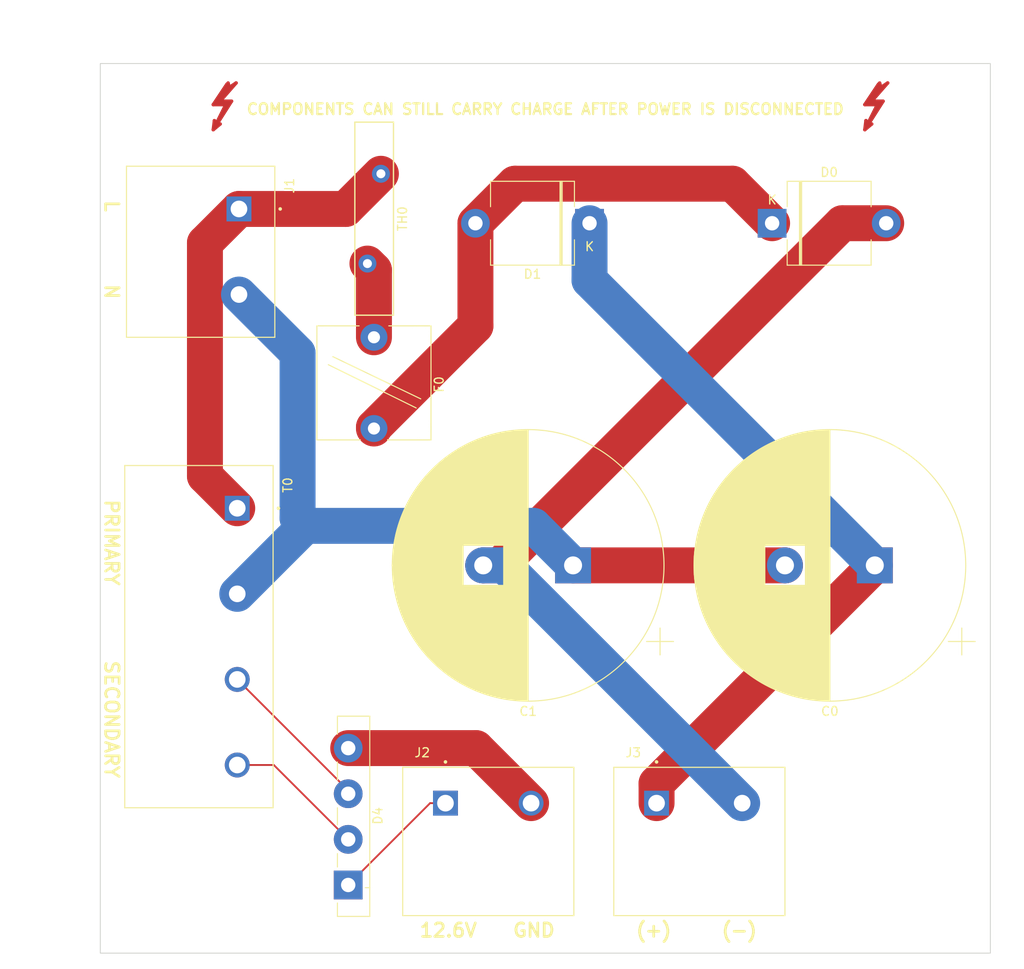
<source format=kicad_pcb>
(kicad_pcb (version 20221018) (generator pcbnew)
  (layers (0 "F.Cu" signal) (31 "B.Cu" signal) (34 "B.Paste" user) (35 "F.Paste" user) (36 "B.SilkS" user "B.Silkscreen") (37 "F.SilkS" user "F.Silkscreen") (38 "B.Mask" user) (39 "F.Mask" user) (44 "Edge.Cuts" user))
  (net 0 "")
  (net 1 "/+HV")
  (net 2 "/NEUTRAL")
  (net 3 "/HVGND")
  (net 4 "/+12.6VDC")
  (net 5 "/12.6VAC_A")
  (net 6 "/12.6VAC_B")
  (net 7 "Net-(D0-K)")
  (net 8 "/LIVE")
  (net 9 "Net-(F0-Pad1)")
  (net 10 "/LVGND")
  (footprint "local:TE_1546833-2" (layer "F.Cu") (at 158.115 133.1575)
    (fp_text reference "J3" (at -7.35 -5.625) (layer "F.SilkS"))
    (fp_text value "Screw_Terminal_01x02")
    (pad "1" thru_hole rect (at -4.765 0) (size 2.775 2.775) (drill 1.85) (layers "*.Cu" "*.Mask") (net 1 "/+HV"))
    (pad "2" thru_hole circle (at 4.765 0) (size 2.775 2.775) (drill 1.85) (layers "*.Cu" "*.Mask") (net 3 "/HVGND"))
  )
  (footprint "Fuse:Fuseholder_Cylinder-5x20mm_Bulgin_FX0456_Vertical_Closed" (layer "F.Cu") (at 121.895 81.28 -90)
    (fp_text reference "F0" (at 5.25 -7.25 90) (layer "F.SilkS"))
    (fp_text value "10A")
    (pad "" np_thru_hole circle (at 0.08 -5 270) (size 2.2 2.2) (drill 2.2) (layers "*.Cu" "*.Mask"))
    (pad "" np_thru_hole circle (at 0.08 5 270) (size 2.2 2.2) (drill 2.2) (layers "*.Cu" "*.Mask"))
    (pad "" np_thru_hole circle (at 10.08 -5 270) (size 2.2 2.2) (drill 2.2) (layers "*.Cu" "*.Mask"))
    (pad "" np_thru_hole circle (at 10.08 5 270) (size 2.2 2.2) (drill 2.2) (layers "*.Cu" "*.Mask"))
    (pad "1" thru_hole circle (at 0 0 270) (size 3 3) (drill 1.35) (layers "*.Cu" "*.Mask") (net 9 "Net-(F0-Pad1)"))
    (pad "2" thru_hole circle (at 10.16 0 270) (size 3 3) (drill 1.35) (layers "*.Cu" "*.Mask") (net 7 "Net-(D0-K)"))
  )
  (footprint "MountingHole:MountingHole_5mm" (layer "F.Cu") (at 96.52 55.88)
    (fp_text reference "REF**" hide)
    (fp_text value "MountingHole_5mm")
    (pad "" np_thru_hole circle (at 0 0) (size 5 5) (drill 5) (layers "*.Cu" "*.Mask"))
  )
  (footprint "MountingHole:MountingHole_5mm" (layer "F.Cu") (at 96.52 144.78)
    (fp_text reference "REF**" hide)
    (fp_text value "MountingHole_5mm")
    (pad "" np_thru_hole circle (at 0 0) (size 5 5) (drill 5) (layers "*.Cu" "*.Mask"))
  )
  (footprint "local:TE_1546833-2" (layer "F.Cu") (at 106.8725 71.755 -90)
    (fp_text reference "J1" (at -7.35 -5.625 90) (layer "F.SilkS"))
    (fp_text value "Screw_Terminal_01x02")
    (pad "1" thru_hole rect (at -4.765 0 270) (size 2.775 2.775) (drill 1.85) (layers "*.Cu" "*.Mask") (net 8 "/LIVE"))
    (pad "2" thru_hole circle (at 4.765 0 270) (size 2.775 2.775) (drill 1.85) (layers "*.Cu" "*.Mask") (net 2 "/NEUTRAL"))
  )
  (footprint "Capacitor_THT:CP_Radial_D30.0mm_P10.00mm_SnapIn" (layer "F.Cu") (at 177.64 106.68 180)
    (fp_text reference "C0" (at 5 -16.25) (layer "F.SilkS"))
    (fp_text value "1000uF")
    (pad "1" thru_hole rect (at 0 0 180) (size 4 4) (drill 2) (layers "*.Cu" "*.Mask") (net 1 "/+HV"))
    (pad "2" thru_hole circle (at 10 0 180) (size 4 4) (drill 2) (layers "*.Cu" "*.Mask") (net 2 "/NEUTRAL"))
  )
  (footprint "Symbol:Symbol_Highvoltage_Type1_CopperTop_Small" (layer "F.Cu") (at 176.911 56.134)
    (fp_text reference "REF**" hide)
    (fp_text value "Symbol_Highvoltage_Type1_CopperTop_Small")
    (fp_line (start -0.381 -0.762) (end 1.016 -0.762) (stroke (width 0.381)) (layer "F.Cu"))
    (fp_line (start -0.381 2.032) (end 0.381 1.397) (stroke (width 0.381)) (layer "F.Cu"))
    (fp_line (start -0.254 1.016) (end -0.381 2.032) (stroke (width 0.381)) (layer "F.Cu"))
    (fp_line (start -0.127 1.524) (end -0.254 1.016) (stroke (width 0.381)) (layer "F.Cu"))
    (fp_line (start -0.127 1.651) (end 1.651 -1.143) (stroke (width 0.381)) (layer "F.Cu"))
    (fp_line (start 0 -0.889) (end 1.27 -0.889) (stroke (width 0.381)) (layer "F.Cu"))
    (fp_line (start 0.381 -1.143) (end 2.159 -3.175) (stroke (width 0.381)) (layer "F.Cu"))
    (fp_line (start 0.381 1.397) (end -0.127 1.651) (stroke (width 0.381)) (layer "F.Cu"))
    (fp_line (start 1.016 -0.762) (end -0.127 1.524) (stroke (width 0.381)) (layer "F.Cu"))
    (fp_line (start 1.143 -3.048) (end -0.381 -0.762) (stroke (width 0.381)) (layer "F.Cu"))
    (fp_line (start 1.397 -2.794) (end 0 -0.889) (stroke (width 0.381)) (layer "F.Cu"))
    (fp_line (start 1.397 -2.667) (end 1.27 -3.175) (stroke (width 0.381)) (layer "F.Cu"))
    (fp_line (start 1.651 -1.143) (end 0.381 -1.143) (stroke (width 0.381)) (layer "F.Cu"))
    (fp_line (start 2.159 -3.175) (end 1.397 -2.667) (stroke (width 0.381)) (layer "F.Cu"))
  )
  (footprint "Diode_THT:Diode_Bridge_Vishay_GBU" (layer "F.Cu") (at 119.03 142.27 90)
    (fp_text reference "D4" (at 7.7 3.3 90) (layer "F.SilkS"))
    (fp_text value "GBU4M")
    (pad "1" thru_hole rect (at 0 0 90) (size 3.2 3.2) (drill 1.6) (layers "*.Cu" "*.Mask") (net 4 "/+12.6VDC"))
    (pad "2" thru_hole circle (at 5.08 0 90) (size 3.2 3.2) (drill 1.6) (layers "*.Cu" "*.Mask") (net 5 "/12.6VAC_A"))
    (pad "3" thru_hole circle (at 10.16 0 90) (size 3.2 3.2) (drill 1.6) (layers "*.Cu" "*.Mask") (net 6 "/12.6VAC_B"))
    (pad "4" thru_hole circle (at 15.24 0 90) (size 3.2 3.2) (drill 1.6) (layers "*.Cu" "*.Mask") (net 10 "/LVGND"))
  )
  (footprint "Varistor:RV_Disc_D21.5mm_W4.3mm_P10mm" (layer "F.Cu") (at 121.17 73.072 90)
    (fp_text reference "TH0" (at 5 3.9 90) (layer "F.SilkS"))
    (fp_text value "Thermistor_NTC")
    (pad "1" thru_hole circle (at 0 0 90) (size 2 2) (drill 1) (layers "*.Cu" "*.Mask") (net 9 "Net-(F0-Pad1)"))
    (pad "2" thru_hole circle (at 10 1.5 90) (size 2 2) (drill 1) (layers "*.Cu" "*.Mask") (net 8 "/LIVE"))
  )
  (footprint "Capacitor_THT:CP_Radial_D30.0mm_P10.00mm_SnapIn" (layer "F.Cu") (at 144.057934 106.68 180)
    (fp_text reference "C1" (at 5 -16.25) (layer "F.SilkS"))
    (fp_text value "1000uF")
    (pad "1" thru_hole rect (at 0 0 180) (size 4 4) (drill 2) (layers "*.Cu" "*.Mask") (net 2 "/NEUTRAL"))
    (pad "2" thru_hole circle (at 10 0 180) (size 4 4) (drill 2) (layers "*.Cu" "*.Mask") (net 3 "/HVGND"))
  )
  (footprint "local:TE_1546833-4" (layer "F.Cu") (at 106.68 114.615 -90)
    (fp_text reference "T0" (at -16.88 -5.625 90) (layer "F.SilkS"))
    (fp_text value "HM519-ND")
    (pad "1" thru_hole rect (at -14.295 0 270) (size 2.775 2.775) (drill 1.85) (layers "*.Cu" "*.Mask") (net 8 "/LIVE"))
    (pad "2" thru_hole circle (at -4.765 0 270) (size 2.775 2.775) (drill 1.85) (layers "*.Cu" "*.Mask") (net 2 "/NEUTRAL"))
    (pad "3" thru_hole circle (at 4.765 0 270) (size 2.775 2.775) (drill 1.85) (layers "*.Cu" "*.Mask") (net 6 "/12.6VAC_B"))
    (pad "4" thru_hole circle (at 14.295 0 270) (size 2.775 2.775) (drill 1.85) (layers "*.Cu" "*.Mask") (net 5 "/12.6VAC_A"))
  )
  (footprint "MountingHole:MountingHole_5mm" (layer "F.Cu") (at 185.42 144.78)
    (fp_text reference "REF**" hide)
    (fp_text value "MountingHole_5mm")
    (pad "" np_thru_hole circle (at 0 0) (size 5 5) (drill 5) (layers "*.Cu" "*.Mask"))
  )
  (footprint "Diode_THT:D_P600_R-6_P12.70mm_Horizontal" (layer "F.Cu") (at 166.21 68.58)
    (fp_text reference "D0" (at 6.35 -5.67) (layer "F.SilkS"))
    (fp_text value "10A10")
    (fp_text user "K" (at 0 -2.6) (layer "F.SilkS"))
    (pad "1" thru_hole rect (at 0 0) (size 3.2 3.2) (drill 1.6) (layers "*.Cu" "*.Mask") (net 7 "Net-(D0-K)"))
    (pad "2" thru_hole oval (at 12.7 0) (size 3.2 3.2) (drill 1.6) (layers "*.Cu" "*.Mask") (net 3 "/HVGND"))
  )
  (footprint "Diode_THT:D_P600_R-6_P12.70mm_Horizontal" (layer "F.Cu") (at 145.89 68.58 180)
    (fp_text reference "D1" (at 6.35 -5.67) (layer "F.SilkS"))
    (fp_text value "10A10")
    (fp_text user "K" (at 0 -2.6) (layer "F.SilkS"))
    (pad "1" thru_hole rect (at 0 0 180) (size 3.2 3.2) (drill 1.6) (layers "*.Cu" "*.Mask") (net 1 "/+HV"))
    (pad "2" thru_hole oval (at 12.7 0 180) (size 3.2 3.2) (drill 1.6) (layers "*.Cu" "*.Mask") (net 7 "Net-(D0-K)"))
  )
  (footprint "local:TE_1546833-2" (layer "F.Cu") (at 134.62 133.1575)
    (fp_text reference "J2" (at -7.35 -5.625) (layer "F.SilkS"))
    (fp_text value "Screw_Terminal_01x02")
    (pad "1" thru_hole rect (at -4.765 0) (size 2.775 2.775) (drill 1.85) (layers "*.Cu" "*.Mask") (net 4 "/+12.6VDC"))
    (pad "2" thru_hole circle (at 4.765 0) (size 2.775 2.775) (drill 1.85) (layers "*.Cu" "*.Mask") (net 10 "/LVGND"))
  )
  (footprint "Symbol:Symbol_Highvoltage_Type1_CopperTop_Small" (layer "F.Cu") (at 104.394 56.134)
    (fp_text reference "REF**" hide)
    (fp_text value "Symbol_Highvoltage_Type1_CopperTop_Small")
    (fp_line (start -0.381 -0.762) (end 1.016 -0.762) (stroke (width 0.381)) (layer "F.Cu"))
    (fp_line (start -0.381 2.032) (end 0.381 1.397) (stroke (width 0.381)) (layer "F.Cu"))
    (fp_line (start -0.254 1.016) (end -0.381 2.032) (stroke (width 0.381)) (layer "F.Cu"))
    (fp_line (start -0.127 1.524) (end -0.254 1.016) (stroke (width 0.381)) (layer "F.Cu"))
    (fp_line (start -0.127 1.651) (end 1.651 -1.143) (stroke (width 0.381)) (layer "F.Cu"))
    (fp_line (start 0 -0.889) (end 1.27 -0.889) (stroke (width 0.381)) (layer "F.Cu"))
    (fp_line (start 0.381 -1.143) (end 2.159 -3.175) (stroke (width 0.381)) (layer "F.Cu"))
    (fp_line (start 0.381 1.397) (end -0.127 1.651) (stroke (width 0.381)) (layer "F.Cu"))
    (fp_line (start 1.016 -0.762) (end -0.127 1.524) (stroke (width 0.381)) (layer "F.Cu"))
    (fp_line (start 1.143 -3.048) (end -0.381 -0.762) (stroke (width 0.381)) (layer "F.Cu"))
    (fp_line (start 1.397 -2.794) (end 0 -0.889) (stroke (width 0.381)) (layer "F.Cu"))
    (fp_line (start 1.397 -2.667) (end 1.27 -3.175) (stroke (width 0.381)) (layer "F.Cu"))
    (fp_line (start 1.651 -1.143) (end 0.381 -1.143) (stroke (width 0.381)) (layer "F.Cu"))
    (fp_line (start 2.159 -3.175) (end 1.397 -2.667) (stroke (width 0.381)) (layer "F.Cu"))
  )
  (footprint "MountingHole:MountingHole_5mm" (layer "F.Cu") (at 185.42 55.88)
    (fp_text reference "REF**" hide)
    (fp_text value "MountingHole_5mm")
    (pad "" np_thru_hole circle (at 0 0) (size 5 5) (drill 5) (layers "*.Cu" "*.Mask"))
  )
  (gr_rect (start 91.44 50.8) (end 190.5 149.86) (stroke (width 0.1)) (fill none) (layer "Edge.Cuts"))
  (gr_text "COMPONENTS CAN STILL CARRY CHARGE AFTER POWER IS DISCONNECTED" (at 140.97 55.88) (layer "F.SilkS") (effects (font (size 1.2 1.2) (thickness 0.25))))
  (gr_text "PRIMARY" (at 92.71 104.14 -90) (layer "F.SilkS") (effects (font (size 1.5 1.5) (thickness 0.3))))
  (gr_text "(+)" (at 153.035 147.32) (layer "F.SilkS") (effects (font (size 1.5 1.5) (thickness 0.3))))
  (gr_text "L" (at 92.71 66.675 -90) (layer "F.SilkS") (effects (font (size 1.5 1.5) (thickness 0.3))))
  (gr_text "SECONDARY" (at 92.71 123.825 -90) (layer "F.SilkS") (effects (font (size 1.5 1.5) (thickness 0.3))))
  (gr_text "12.6V" (at 130.175 147.32) (layer "F.SilkS") (effects (font (size 1.5 1.5) (thickness 0.3))))
  (gr_text "GND" (at 139.7 147.32) (layer "F.SilkS") (effects (font (size 1.5 1.5) (thickness 0.3))))
  (gr_text "(-)" (at 162.56 147.32) (layer "F.SilkS") (effects (font (size 1.5 1.5) (thickness 0.3))))
  (gr_text "N" (at 92.71 76.2 -90) (layer "F.SilkS") (effects (font (size 1.5 1.5) (thickness 0.3))))
  (segment (start 153.35 130.97) (end 177.64 106.68) (width 4) (layer "F.Cu") (net 1))
  (segment (start 153.35 133.1575) (end 153.35 130.97) (width 4) (layer "F.Cu") (net 1))
  (segment (start 145.89 68.58) (end 145.89 74.93) (width 4) (layer "B.Cu") (net 1))
  (segment (start 145.89 74.93) (end 177.64 106.68) (width 4) (layer "B.Cu") (net 1))
  (segment (start 144.057934 106.68) (end 167.64 106.68) (width 4) (layer "F.Cu") (net 2))
  (segment (start 113.395 83.0425) (end 106.8725 76.52) (width 4) (layer "B.Cu") (net 2))
  (segment (start 144.057934 106.68) (end 139.657934 102.28) (width 4) (layer "B.Cu") (net 2))
  (segment (start 139.657934 102.28) (end 114.25 102.28) (width 4) (layer "B.Cu") (net 2))
  (segment (start 114.25 102.28) (end 106.68 109.85) (width 4) (layer "B.Cu") (net 2))
  (segment (start 113.395 101.425) (end 113.395 83.0425) (width 4) (layer "B.Cu") (net 2))
  (segment (start 114.25 102.28) (end 113.395 101.425) (width 4) (layer "B.Cu") (net 2))
  (segment (start 135.92 106.68) (end 174.02 68.58) (width 4) (layer "F.Cu") (net 3))
  (segment (start 174.02 68.58) (end 178.91 68.58) (width 4) (layer "F.Cu") (net 3))
  (segment (start 134.057934 106.68) (end 135.92 106.68) (width 4) (layer "F.Cu") (net 3))
  (segment (start 134.057934 106.68) (end 136.4025 106.68) (width 4) (layer "B.Cu") (net 3))
  (segment (start 136.4025 106.68) (end 162.88 133.1575) (width 4) (layer "B.Cu") (net 3))
  (segment (start 119.03 142.27) (end 128.1425 133.1575) (width 0.2) (layer "F.Cu") (net 4))
  (segment (start 128.1425 133.1575) (end 129.855 133.1575) (width 0.2) (layer "F.Cu") (net 4))
  (segment (start 110.75 128.91) (end 119.03 137.19) (width 0.2) (layer "F.Cu") (net 5))
  (segment (start 106.68 128.91) (end 110.75 128.91) (width 0.2) (layer "F.Cu") (net 5))
  (segment (start 119.03 131.73) (end 119.03 132.11) (width 0.2) (layer "F.Cu") (net 6))
  (segment (start 106.68 119.38) (end 119.03 131.73) (width 0.2) (layer "F.Cu") (net 6))
  (segment (start 161.81 64.18) (end 166.21 68.58) (width 4) (layer "F.Cu") (net 7))
  (segment (start 133.19 80.014747) (end 121.895 91.309747) (width 4) (layer "F.Cu") (net 7))
  (segment (start 133.19 68.58) (end 137.59 64.18) (width 4) (layer "F.Cu") (net 7))
  (segment (start 121.895 91.309747) (end 121.895 91.44) (width 4) (layer "F.Cu") (net 7))
  (segment (start 137.59 64.18) (end 161.81 64.18) (width 4) (layer "F.Cu") (net 7))
  (segment (start 133.19 68.58) (end 133.19 80.014747) (width 4) (layer "F.Cu") (net 7))
  (segment (start 106.8725 66.99) (end 118.752 66.99) (width 4) (layer "F.Cu") (net 8))
  (segment (start 103.085 70.7775) (end 103.085 96.725) (width 4) (layer "F.Cu") (net 8))
  (segment (start 103.085 96.725) (end 106.68 100.32) (width 4) (layer "F.Cu") (net 8))
  (segment (start 118.752 66.99) (end 122.67 63.072) (width 4) (layer "F.Cu") (net 8))
  (segment (start 106.8725 66.99) (end 103.085 70.7775) (width 4) (layer "F.Cu") (net 8))
  (segment (start 121.895 81.28) (end 121.895 73.797) (width 4) (layer "F.Cu") (net 9))
  (segment (start 121.895 73.797) (end 121.17 73.072) (width 4) (layer "F.Cu") (net 9))
  (segment (start 119.03 127.03) (end 133.2575 127.03) (width 4) (layer "F.Cu") (net 10))
  (segment (start 133.2575 127.03) (end 139.385 133.1575) (width 4) (layer "F.Cu") (net 10))
)
</source>
